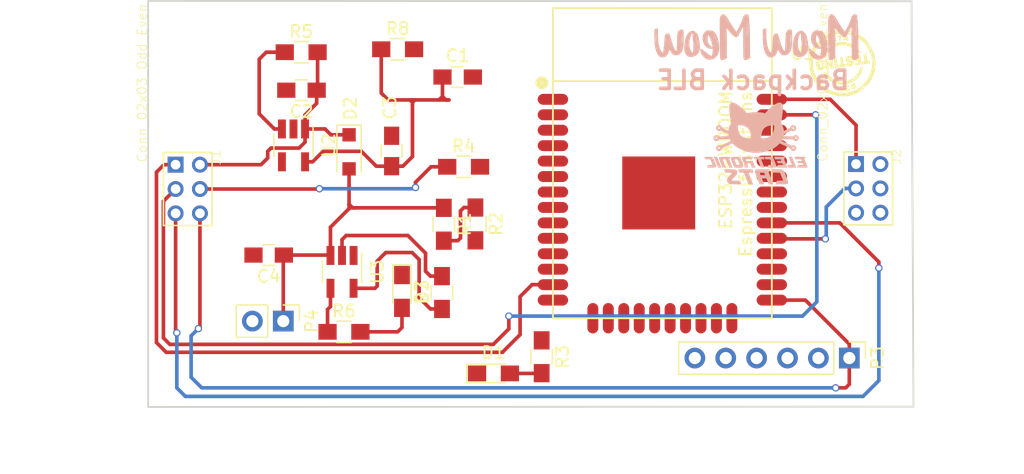
<source format=kicad_pcb>
(kicad_pcb (version 20171130) (host pcbnew "(5.1.2)-2")
  (title_block (title "Backpack BLE HID") (date 2019-03-18) (rev 0.3) (company "Electronic Cats") (comment 4 "Andres Sabas"))
  (layers (0 F.Cu signal) (31 B.Cu signal) (34 B.Paste user) (35 F.Paste user) (36 B.SilkS user) (37 F.SilkS user) (38 B.Mask user) (39 F.Mask user) (44 Edge.Cuts user))
  (net 0 "")
  (net 1 +3V3)
  (net 2 GND)
  (net 3 VCC)
  (net 4 +BATT)
  (net 5 "Net-(D1-Pad2)")
  (net 6 "Net-(D3-Pad1)")
  (net 7 "Net-(D3-Pad2)")
  (net 8 /MOSI)
  (net 9 /MISO)
  (net 10 /SCK)
  (net 11 /AN35_BAT)
  (net 12 "Net-(R5-Pad1)")
  (net 13 "Net-(R7-Pad1)")
  (net 14 "Net-(R7-Pad2)")
  (net 15 "Net-(U1-Pad36)")
  (net 16 "Net-(U1-Pad33)")
  (net 17 "Net-(U1-Pad32)")
  (net 18 "Net-(U1-Pad28)")
  (net 19 "Net-(U1-Pad27)")
  (net 20 "Net-(U1-Pad26)")
  (net 21 "Net-(U1-Pad24)")
  (net 22 "Net-(U1-Pad23)")
  (net 23 "Net-(U1-Pad22)")
  (net 24 "Net-(U1-Pad21)")
  (net 25 "Net-(U1-Pad20)")
  (net 26 "Net-(U1-Pad19)")
  (net 27 "Net-(U1-Pad18)")
  (net 28 "Net-(U1-Pad17)")
  (net 29 "Net-(U1-Pad14)")
  (net 30 "Net-(U1-Pad12)")
  (net 31 "Net-(U1-Pad11)")
  (net 32 "Net-(U1-Pad8)")
  (net 33 "Net-(U1-Pad6)")
  (net 34 "Net-(U1-Pad5)")
  (net 35 "Net-(U1-Pad4)")
  (net 36 /ESP_GPIO0)
  (net 37 /ESP_RESET)
  (net 38 /ESP_RTS)
  (net 39 /ESP_BUSY)
  (net 40 /ESP_TX)
  (net 41 /ESP_RX)
  (net 42 /ESP_CS)
  (net 43 /IO25)
  (net 44 "Net-(U1-Pad16)")
  (net 45 "Net-(U1-Pad7)")
  (module Capacitors_SMD:C_0805_HandSoldering (layer F.Cu) (at 155.628 98.208 180)
    (fp_text reference C4 (at 0 -1.75 180) (layer F.SilkS))
    (fp_text value 10uF)
    (pad 1 smd rect (at -1.25 0 180) (size 1.5 1.25) (layers F.Cu F.Paste F.Mask) (net 4 +BATT))
    (pad 2 smd rect (at 1.25 0 180) (size 1.5 1.25) (layers F.Cu F.Paste F.Mask) (net 2 GND))
  )
  (module Resistors_SMD:R_0805_HandSoldering (layer F.Cu) (at 161.818 104.518)
    (fp_text reference R6 (at 0 -1.7) (layer F.SilkS))
    (fp_text value 1K)
    (pad 1 smd rect (at -1.35 0) (size 1.5 1.3) (layers F.Cu F.Paste F.Mask) (net 3 VCC))
    (pad 2 smd rect (at 1.35 0) (size 1.5 1.3) (layers F.Cu F.Paste F.Mask) (net 7 "Net-(D3-Pad2)"))
  )
  (module TO_SOT_Packages_SMD:SOT-23-5_HandSoldering (layer F.Cu) (at 161.658 99.588 270)
    (fp_text reference U3 (at 0 -2.9 270) (layer F.SilkS))
    (fp_text value MCP73831T-2ACI/OT)
    (pad 1 smd rect (at -1.35 -0.95 270) (size 1.56 0.65) (layers F.Cu F.Paste F.Mask) (net 6 "Net-(D3-Pad1)"))
    (pad 2 smd rect (at -1.35 0 270) (size 1.56 0.65) (layers F.Cu F.Paste F.Mask) (net 14 "Net-(R7-Pad2)"))
    (pad 3 smd rect (at -1.35 0.95 270) (size 1.56 0.65) (layers F.Cu F.Paste F.Mask) (net 4 +BATT))
    (pad 4 smd rect (at 1.35 0.95 270) (size 1.56 0.65) (layers F.Cu F.Paste F.Mask) (net 3 VCC))
    (pad 5 smd rect (at 1.35 -0.95 270) (size 1.56 0.65) (layers F.Cu F.Paste F.Mask) (net 13 "Net-(R7-Pad1)"))
  )
  (module Pin_Headers:Pin_Header_Straight_1x02_Pitch2.54mm (layer F.Cu) (at 156.828 103.638 270)
    (fp_text reference P4 (at 0 -2.33 270) (layer F.SilkS))
    (fp_text value Battery)
    (pad 1 thru_hole rect (at 0 0 270) (size 1.7 1.7) (drill 1) (layers *.Cu *.Mask) (net 4 +BATT))
    (pad 2 thru_hole oval (at 0 2.54 270) (size 1.7 1.7) (drill 1) (layers *.Cu *.Mask) (net 2 GND))
  )
  (module Diodes_SMD:D_SOD-123F (layer F.Cu) (at 162.238 89.718 270)
    (fp_text reference D2 (at -3.56 -0.1 270) (layer F.SilkS))
    (fp_text value D_Schottky)
    (pad 1 smd rect (at -1.4 0 270) (size 1.1 1.1) (layers F.Cu F.Paste F.Mask) (net 3 VCC))
    (pad 2 smd rect (at 1.4 0 270) (size 1.1 1.1) (layers F.Cu F.Paste F.Mask) (net 4 +BATT))
  )
  (module Resistors_SMD:R_0805_HandSoldering (layer F.Cu) (at 158.3 81.525)
    (fp_text reference R5 (at 0 -1.7) (layer F.SilkS))
    (fp_text value 10k)
    (pad 1 smd rect (at -1.35 0) (size 1.5 1.3) (layers F.Cu F.Paste F.Mask) (net 12 "Net-(R5-Pad1)"))
    (pad 2 smd rect (at 1.35 0) (size 1.5 1.3) (layers F.Cu F.Paste F.Mask) (net 3 VCC))
  )
  (module Capacitors_SMD:C_0805_HandSoldering (layer F.Cu) (at 158.325 84.65 180)
    (fp_text reference C2 (at 0 -1.75 180) (layer F.SilkS))
    (fp_text value 10uF)
    (pad 1 smd rect (at -1.25 0 180) (size 1.5 1.25) (layers F.Cu F.Paste F.Mask) (net 3 VCC))
    (pad 2 smd rect (at 1.25 0 180) (size 1.5 1.25) (layers F.Cu F.Paste F.Mask) (net 2 GND))
  )
  (module TO_SOT_Packages_SMD:SOT-23-5_HandSoldering (layer F.Cu) (at 157.668 89.188 270)
    (fp_text reference U2 (at 0 -2.9 270) (layer F.SilkS))
    (fp_text value AP2112K-3.3TRG1)
    (pad 1 smd rect (at -1.35 -0.95 270) (size 1.56 0.65) (layers F.Cu F.Paste F.Mask) (net 3 VCC))
    (pad 2 smd rect (at -1.35 0 270) (size 1.56 0.65) (layers F.Cu F.Paste F.Mask) (net 2 GND))
    (pad 3 smd rect (at -1.35 0.95 270) (size 1.56 0.65) (layers F.Cu F.Paste F.Mask) (net 12 "Net-(R5-Pad1)"))
    (pad 4 smd rect (at 1.35 0.95 270) (size 1.56 0.65) (layers F.Cu F.Paste F.Mask))
    (pad 5 smd rect (at 1.35 -0.95 270) (size 1.56 0.65) (layers F.Cu F.Paste F.Mask) (net 1 +3V3))
  )
  (module LEDs:LED_0805_HandSoldering (layer F.Cu) (at 174.113 107.938)
    (fp_text reference D1 (at 0 -1.7) (layer F.SilkS))
    (fp_text value LED)
    (pad 1 smd rect (at -1.35 0) (size 1.5 1.3) (layers F.Cu F.Paste F.Mask) (net 2 GND))
    (pad 2 smd rect (at 1.35 0) (size 1.5 1.3) (layers F.Cu F.Paste F.Mask) (net 5 "Net-(D1-Pad2)"))
  )
  (module Pin_Headers:Pin_Header_Straight_1x06_Pitch2.54mm (layer F.Cu) (at 203.37 106.675 270)
    (fp_text reference P3 (at 0 -2.33 270) (layer F.SilkS))
    (fp_text value "PROGRAMMER SERIAL")
    (pad 1 thru_hole rect (at 0 0 270) (size 1.7 1.7) (drill 1) (layers *.Cu *.Mask) (net 36 /ESP_GPIO0))
    (pad 2 thru_hole oval (at 0 2.54 270) (size 1.7 1.7) (drill 1) (layers *.Cu *.Mask) (net 40 /ESP_TX))
    (pad 3 thru_hole oval (at 0 5.08 270) (size 1.7 1.7) (drill 1) (layers *.Cu *.Mask) (net 41 /ESP_RX))
    (pad 4 thru_hole oval (at 0 7.62 270) (size 1.7 1.7) (drill 1) (layers *.Cu *.Mask) (net 3 VCC))
    (pad 5 thru_hole oval (at 0 10.16 270) (size 1.7 1.7) (drill 1) (layers *.Cu *.Mask) (net 37 /ESP_RESET))
    (pad 6 thru_hole oval (at 0 12.7 270) (size 1.7 1.7) (drill 1) (layers *.Cu *.Mask) (net 2 GND))
  )
  (module ESP32-footprints-Lib:ESP32-WROOM (layer F.Cu) (at 188 90.65 180)
    (fp_text reference U1 (at -11.557 9.017 180) (layer F.SilkS))
    (fp_text value ESP32-WROOM)
    (fp_text user "Espressif Systems" (at -6.858 -0.889 270) (layer F.SilkS))
    (fp_text user ESP32-WROOM (at -5.207 0.254 270) (layer F.SilkS))
    (pad 38 smd oval (at -9 5.25 180) (size 2.5 0.9) (layers F.Cu F.Paste F.Mask) (net 2 GND))
    (pad 37 smd oval (at -9 3.98 180) (size 2.5 0.9) (layers F.Cu F.Paste F.Mask) (net 9 /MISO))
    (pad 36 smd oval (at -9 2.71 180) (size 2.5 0.9) (layers F.Cu F.Paste F.Mask) (net 15 "Net-(U1-Pad36)"))
    (pad 35 smd oval (at -9 1.44 180) (size 2.5 0.9) (layers F.Cu F.Paste F.Mask) (net 40 /ESP_TX))
    (pad 34 smd oval (at -9 0.17 180) (size 2.5 0.9) (layers F.Cu F.Paste F.Mask) (net 41 /ESP_RX))
    (pad 33 smd oval (at -9 -1.1 180) (size 2.5 0.9) (layers F.Cu F.Paste F.Mask) (net 16 "Net-(U1-Pad33)"))
    (pad 32 smd oval (at -9 -2.37 180) (size 2.5 0.9) (layers F.Cu F.Paste F.Mask) (net 17 "Net-(U1-Pad32)"))
    (pad 31 smd oval (at -9 -3.64 180) (size 2.5 0.9) (layers F.Cu F.Paste F.Mask) (net 38 /ESP_RTS))
    (pad 30 smd oval (at -9 -4.91 180) (size 2.5 0.9) (layers F.Cu F.Paste F.Mask) (net 10 /SCK))
    (pad 29 smd oval (at -9 -6.18 180) (size 2.5 0.9) (layers F.Cu F.Paste F.Mask) (net 42 /ESP_CS))
    (pad 28 smd oval (at -9 -7.45 180) (size 2.5 0.9) (layers F.Cu F.Paste F.Mask) (net 18 "Net-(U1-Pad28)"))
    (pad 27 smd oval (at -9 -8.72 180) (size 2.5 0.9) (layers F.Cu F.Paste F.Mask) (net 19 "Net-(U1-Pad27)"))
    (pad 26 smd oval (at -9 -9.99 180) (size 2.5 0.9) (layers F.Cu F.Paste F.Mask) (net 20 "Net-(U1-Pad26)"))
    (pad 25 smd oval (at -9 -11.26 180) (size 2.5 0.9) (layers F.Cu F.Paste F.Mask) (net 36 /ESP_GPIO0))
    (pad 24 smd oval (at -5.715 -12.75 180) (size 0.9 2.5) (layers F.Cu F.Paste F.Mask) (net 21 "Net-(U1-Pad24)"))
    (pad 23 smd oval (at -4.445 -12.75 180) (size 0.9 2.5) (layers F.Cu F.Paste F.Mask) (net 22 "Net-(U1-Pad23)"))
    (pad 22 smd oval (at -3.175 -12.75 180) (size 0.9 2.5) (layers F.Cu F.Paste F.Mask) (net 23 "Net-(U1-Pad22)"))
    (pad 21 smd oval (at -1.905 -12.75 180) (size 0.9 2.5) (layers F.Cu F.Paste F.Mask) (net 24 "Net-(U1-Pad21)"))
    (pad 20 smd oval (at -0.635 -12.75 180) (size 0.9 2.5) (layers F.Cu F.Paste F.Mask) (net 25 "Net-(U1-Pad20)"))
    (pad 19 smd oval (at 0.635 -12.75 180) (size 0.9 2.5) (layers F.Cu F.Paste F.Mask) (net 26 "Net-(U1-Pad19)"))
    (pad 18 smd oval (at 1.905 -12.75 180) (size 0.9 2.5) (layers F.Cu F.Paste F.Mask) (net 27 "Net-(U1-Pad18)"))
    (pad 17 smd oval (at 3.175 -12.75 180) (size 0.9 2.5) (layers F.Cu F.Paste F.Mask) (net 28 "Net-(U1-Pad17)"))
    (pad 16 smd oval (at 4.445 -12.75 180) (size 0.9 2.5) (layers F.Cu F.Paste F.Mask) (net 44 "Net-(U1-Pad16)"))
    (pad 15 smd oval (at 5.715 -12.75 180) (size 0.9 2.5) (layers F.Cu F.Paste F.Mask) (net 2 GND))
    (pad 14 smd oval (at 9 -11.26 180) (size 2.5 0.9) (layers F.Cu F.Paste F.Mask) (net 29 "Net-(U1-Pad14)"))
    (pad 13 smd oval (at 9 -9.99 180) (size 2.5 0.9) (layers F.Cu F.Paste F.Mask) (net 8 /MOSI))
    (pad 12 smd oval (at 9 -8.72 180) (size 2.5 0.9) (layers F.Cu F.Paste F.Mask) (net 30 "Net-(U1-Pad12)"))
    (pad 11 smd oval (at 9 -7.45 180) (size 2.5 0.9) (layers F.Cu F.Paste F.Mask) (net 31 "Net-(U1-Pad11)"))
    (pad 10 smd oval (at 9 -6.18 180) (size 2.5 0.9) (layers F.Cu F.Paste F.Mask) (net 43 /IO25))
    (pad 9 smd oval (at 9 -4.91 180) (size 2.5 0.9) (layers F.Cu F.Paste F.Mask) (net 39 /ESP_BUSY))
    (pad 8 smd oval (at 9 -3.64 180) (size 2.5 0.9) (layers F.Cu F.Paste F.Mask) (net 32 "Net-(U1-Pad8)"))
    (pad 7 smd oval (at 9 -2.37 180) (size 2.5 0.9) (layers F.Cu F.Paste F.Mask) (net 45 "Net-(U1-Pad7)"))
    (pad 6 smd oval (at 9 -1.1 180) (size 2.5 0.9) (layers F.Cu F.Paste F.Mask) (net 33 "Net-(U1-Pad6)"))
    (pad 5 smd oval (at 9 0.17 180) (size 2.5 0.9) (layers F.Cu F.Paste F.Mask) (net 34 "Net-(U1-Pad5)"))
    (pad 4 smd oval (at 9 1.44 180) (size 2.5 0.9) (layers F.Cu F.Paste F.Mask) (net 35 "Net-(U1-Pad4)"))
    (pad 3 smd oval (at 9 2.71 180) (size 2.5 0.9) (layers F.Cu F.Paste F.Mask) (net 37 /ESP_RESET))
    (pad 2 smd oval (at 9 3.98 180) (size 2.5 0.9) (layers F.Cu F.Paste F.Mask) (net 1 +3V3))
    (pad 1 smd oval (at 9 5.25 180) (size 2.5 0.9) (layers F.Cu F.Paste F.Mask) (net 2 GND))
    (pad 39 smd rect (at 0.3 -2.45 180) (size 6 6) (layers F.Cu F.Paste F.Mask) (net 2 GND))
  )
  (module Resistors_SMD:R_0805_HandSoldering (layer F.Cu) (at 178.073 106.568 270)
    (fp_text reference R3 (at 0 -1.7 270) (layer F.SilkS))
    (fp_text value 330)
    (pad 1 smd rect (at -1.35 0 270) (size 1.5 1.3) (layers F.Cu F.Paste F.Mask) (net 43 /IO25))
    (pad 2 smd rect (at 1.35 0 270) (size 1.5 1.3) (layers F.Cu F.Paste F.Mask) (net 5 "Net-(D1-Pad2)"))
  )
  (module Resistors_SMD:R_0805_HandSoldering (layer F.Cu) (at 171.658 90.948)
    (fp_text reference R4 (at 0 -1.7) (layer F.SilkS))
    (fp_text value 10k)
    (pad 1 smd rect (at -1.35 0) (size 1.5 1.3) (layers F.Cu F.Paste F.Mask) (net 37 /ESP_RESET))
    (pad 2 smd rect (at 1.35 0) (size 1.5 1.3) (layers F.Cu F.Paste F.Mask) (net 2 GND))
  )
  (module Capacitors_SMD:C_0805_HandSoldering (layer F.Cu) (at 171.168 83.568)
    (fp_text reference C1 (at 0 -1.75) (layer F.SilkS))
    (fp_text value 0.1uF)
    (pad 1 smd rect (at -1.25 0) (size 1.5 1.25) (layers F.Cu F.Paste F.Mask) (net 1 +3V3))
    (pad 2 smd rect (at 1.25 0) (size 1.5 1.25) (layers F.Cu F.Paste F.Mask) (net 2 GND))
  )
  (module Capacitors_SMD:C_0805_HandSoldering (layer F.Cu) (at 165.738 89.648 90)
    (fp_text reference C3 (at 3.56 -0.14 90) (layer F.SilkS))
    (fp_text value 10uF)
    (pad 1 smd rect (at -1.25 0 90) (size 1.5 1.25) (layers F.Cu F.Paste F.Mask) (net 1 +3V3))
    (pad 2 smd rect (at 1.25 0 90) (size 1.5 1.25) (layers F.Cu F.Paste F.Mask) (net 2 GND))
  )
  (module Resistors_SMD:R_0805_HandSoldering (layer F.Cu) (at 172.628 95.648 270)
    (fp_text reference R2 (at 0 -1.7 270) (layer F.SilkS))
    (fp_text value 100k)
    (pad 1 smd rect (at -1.35 0 270) (size 1.5 1.3) (layers F.Cu F.Paste F.Mask) (net 11 /AN35_BAT))
    (pad 2 smd rect (at 1.35 0 270) (size 1.5 1.3) (layers F.Cu F.Paste F.Mask) (net 2 GND))
  )
  (module Resistors_SMD:R_0805_HandSoldering (layer F.Cu) (at 170.028 95.673 270)
    (fp_text reference R1 (at 0 -1.7 270) (layer F.SilkS))
    (fp_text value 100k)
    (pad 1 smd rect (at -1.35 0 270) (size 1.5 1.3) (layers F.Cu F.Paste F.Mask) (net 4 +BATT))
    (pad 2 smd rect (at 1.35 0 270) (size 1.5 1.3) (layers F.Cu F.Paste F.Mask) (net 11 /AN35_BAT))
  )
  (module Resistors_SMD:R_0805_HandSoldering (layer F.Cu) (at 169.878 101.288 90)
    (fp_text reference R7 (at 0 -1.7 90) (layer F.SilkS))
    (fp_text value 4.7K)
    (pad 1 smd rect (at -1.35 0 90) (size 1.5 1.3) (layers F.Cu F.Paste F.Mask) (net 13 "Net-(R7-Pad1)"))
    (pad 2 smd rect (at 1.35 0 90) (size 1.5 1.3) (layers F.Cu F.Paste F.Mask) (net 14 "Net-(R7-Pad2)"))
  )
  (module LEDs:LED_0805_HandSoldering (layer F.Cu) (at 166.588 101.198 270)
    (fp_text reference D3 (at 0 -1.7 270) (layer F.SilkS))
    (fp_text value LED)
    (pad 1 smd rect (at -1.35 0 270) (size 1.5 1.3) (layers F.Cu F.Paste F.Mask) (net 6 "Net-(D3-Pad1)"))
    (pad 2 smd rect (at 1.35 0 270) (size 1.5 1.3) (layers F.Cu F.Paste F.Mask) (net 7 "Net-(D3-Pad2)"))
  )
  (module Pines:62000621121 (layer F.Cu) (at 148.975 92.775 270)
    (fp_text reference J1 (at -1.8864 -2.7633 270) (layer F.SilkS) (effects (font (size 0.77216 0.77216) (thickness 0.065024)) (justify left bottom)))
    (fp_text value Conn_02x03_Odd_Even (at -2.1364 3.2914 270) (layer F.SilkS) (effects (font (size 0.77216 0.77216) (thickness 0.065024)) (justify left bottom)))
    (pad 1 thru_hole rect (at -2 1 270) (size 1.308 1.308) (drill 0.8) (layers *.Cu *.Mask) (net 8 /MOSI))
    (pad 2 thru_hole circle (at 0 1 270) (size 1.308 1.308) (drill 0.8) (layers *.Cu *.Mask) (net 9 /MISO))
    (pad 3 thru_hole circle (at 2 1 270) (size 1.308 1.308) (drill 0.8) (layers *.Cu *.Mask) (net 10 /SCK))
    (pad 4 thru_hole circle (at 2 -1 270) (size 1.308 1.308) (drill 0.8) (layers *.Cu *.Mask) (net 36 /ESP_GPIO0))
    (pad 5 thru_hole circle (at 0 -1 270) (size 1.308 1.308) (drill 0.8) (layers *.Cu *.Mask) (net 37 /ESP_RESET))
    (pad 6 thru_hole circle (at -2 -1 270) (size 1.308 1.308) (drill 0.8) (layers *.Cu *.Mask) (net 3 VCC))
  )
  (module Pines:62000621121 (layer F.Cu) (at 204.925 92.725 270)
    (fp_text reference J2 (at -1.8864 -2.7633 270) (layer F.SilkS) (effects (font (size 0.77216 0.77216) (thickness 0.065024)) (justify left bottom)))
    (fp_text value Conn_02x03_Odd_Even (at -2.1364 3.2914 270) (layer F.SilkS) (effects (font (size 0.77216 0.77216) (thickness 0.065024)) (justify left bottom)))
    (pad 6 thru_hole circle (at -2 -1 270) (size 1.308 1.308) (drill 0.8) (layers *.Cu *.Mask) (net 38 /ESP_RTS))
    (pad 5 thru_hole circle (at 0 -1 270) (size 1.308 1.308) (drill 0.8) (layers *.Cu *.Mask) (net 39 /ESP_BUSY))
    (pad 4 thru_hole circle (at 2 -1 270) (size 1.308 1.308) (drill 0.8) (layers *.Cu *.Mask) (net 40 /ESP_TX))
    (pad 3 thru_hole circle (at 2 1 270) (size 1.308 1.308) (drill 0.8) (layers *.Cu *.Mask) (net 41 /ESP_RX))
    (pad 2 thru_hole circle (at 0 1 270) (size 1.308 1.308) (drill 0.8) (layers *.Cu *.Mask) (net 42 /ESP_CS))
    (pad 1 thru_hole rect (at -2 1 270) (size 1.308 1.308) (drill 0.8) (layers *.Cu *.Mask) (net 2 GND))
  )
  (module Resistors_SMD:R_0805_HandSoldering (layer F.Cu) (at 166.233 81.283)
    (fp_text reference R8 (at 0 -1.7) (layer F.SilkS))
    (fp_text value 10K)
    (pad 2 smd rect (at 1.35 0) (size 1.5 1.3) (layers F.Cu F.Paste F.Mask) (net 42 /ESP_CS))
    (pad 1 smd rect (at -1.35 0) (size 1.5 1.3) (layers F.Cu F.Paste F.Mask) (net 1 +3V3))
  )
  (module Aesthetics:electronic_cats_logo_8x6 (layer B.Cu) (at 195.707 89.027 180)
    (fp_text reference G*** hide)
    (fp_text value LOGO hide)
  )
  (module Aesthetics:meowmeow_logo_21x8 (layer B.Cu) (at 195.707 80.391 180)
    (fp_text reference G*** hide)
    (fp_text value LOGO hide)
  )
  (module Aesthetics:beta_testing (layer F.Cu) (at 202.833 82.333 180)
    (fp_text reference G*** hide)
    (fp_text value LOGO hide)
  )
  (gr_text "Backpack BLE" (at 195.453 83.82) (layer B.SilkS) (effects (font (size 1.5 1.5) (thickness 0.3)) (justify mirror)))
  (gr_line (start 145.718 110.698) (end 145.718 77.308) (layer Edge.Cuts) (width 0.15))
  (gr_line (start 145.718 77.308) (end 208.488 77.338) (layer Edge.Cuts) (width 0.15))
  (gr_line (start 208.648 110.668) (end 145.718 110.698) (layer Edge.Cuts) (width 0.15))
  (gr_line (start 208.488 77.338) (end 208.648 110.668) (layer Edge.Cuts) (width 0.15))
  (segment (start 169.918 85.168) (end 169.918 83.568) (width 0.3) (layer F.Cu) (net 1))
  (segment (start 170.2 85.45) (end 169.918 85.168) (width 0.3) (layer F.Cu) (net 1))
  (segment (start 164.883 81.283) (end 164.883 84.883) (width 0.3) (layer F.Cu) (net 1))
  (segment (start 164.883 84.883) (end 165.45 85.45) (width 0.3) (layer F.Cu) (net 1))
  (segment (start 170.45 85.45) (end 170.2 85.45) (width 0.3) (layer F.Cu) (net 1))
  (segment (start 169.7 85.386) (end 169.918 85.168) (width 0.3) (layer F.Cu) (net 1))
  (segment (start 169.7 85.45) (end 169.7 85.386) (width 0.3) (layer F.Cu) (net 1))
  (segment (start 169.7 85.45) (end 170.45 85.45) (width 0.3) (layer F.Cu) (net 1))
  (segment (start 164.473 90.898) (end 165.738 90.898) (width 0.3) (layer F.Cu) (net 1))
  (segment (start 163.25 89.675) (end 164.473 90.898) (width 0.3) (layer F.Cu) (net 1))
  (segment (start 160.106 89.675) (end 163.25 89.675) (width 0.3) (layer F.Cu) (net 1))
  (segment (start 158.618 90.538) (end 159.243 90.538) (width 0.3) (layer F.Cu) (net 1))
  (segment (start 159.243 90.538) (end 160.106 89.675) (width 0.3) (layer F.Cu) (net 1))
  (segment (start 166.663 90.898) (end 167.45 90.111) (width 0.3) (layer F.Cu) (net 1))
  (segment (start 165.738 90.898) (end 166.663 90.898) (width 0.3) (layer F.Cu) (net 1))
  (segment (start 167.45 85.65) (end 167.65 85.45) (width 0.3) (layer F.Cu) (net 1))
  (segment (start 167.65 85.45) (end 169.7 85.45) (width 0.3) (layer F.Cu) (net 1))
  (segment (start 167.45 85.45) (end 167.65 85.45) (width 0.3) (layer F.Cu) (net 1))
  (segment (start 167.45 90.111) (end 167.45 85.775) (width 0.3) (layer F.Cu) (net 1))
  (segment (start 167.45 85.775) (end 167.45 85.45) (width 0.3) (layer F.Cu) (net 1))
  (segment (start 167.45 85.65) (end 167.25 85.45) (width 0.3) (layer F.Cu) (net 1))
  (segment (start 167.45 85.775) (end 167.45 85.65) (width 0.3) (layer F.Cu) (net 1))
  (segment (start 165.45 85.45) (end 167.25 85.45) (width 0.3) (layer F.Cu) (net 1))
  (segment (start 167.25 85.45) (end 167.45 85.45) (width 0.3) (layer F.Cu) (net 1))
  (segment (start 203.925 90.725) (end 203.925 87.525) (width 0.3) (layer F.Cu) (net 2))
  (segment (start 201.8 85.4) (end 197 85.4) (width 0.3) (layer F.Cu) (net 2))
  (segment (start 203.925 87.525) (end 201.8 85.4) (width 0.3) (layer F.Cu) (net 2))
  (segment (start 159.65 84.575) (end 159.575 84.65) (width 0.3) (layer F.Cu) (net 3))
  (segment (start 159.65 81.525) (end 159.65 84.575) (width 0.3) (layer F.Cu) (net 3))
  (segment (start 158.618 87.838) (end 158.618 86.682) (width 0.3) (layer F.Cu) (net 3))
  (segment (start 159.575 85.725) (end 159.575 84.65) (width 0.3) (layer F.Cu) (net 3))
  (segment (start 158.618 86.682) (end 159.575 85.725) (width 0.3) (layer F.Cu) (net 3))
  (segment (start 162.238 88.318) (end 160.743 88.318) (width 0.3) (layer F.Cu) (net 3))
  (segment (start 160.263 87.838) (end 158.618 87.838) (width 0.3) (layer F.Cu) (net 3))
  (segment (start 160.743 88.318) (end 160.263 87.838) (width 0.3) (layer F.Cu) (net 3))
  (segment (start 160.708 100.938) (end 160.708 102.442) (width 0.3) (layer F.Cu) (net 3))
  (segment (start 160.468 102.682) (end 160.468 104.518) (width 0.3) (layer F.Cu) (net 3))
  (segment (start 160.708 102.442) (end 160.468 102.682) (width 0.3) (layer F.Cu) (net 3))
  (segment (start 158.618 88.918) (end 158.618 87.838) (width 0.3) (layer F.Cu) (net 3))
  (segment (start 155 90.775) (end 155.55 90.225) (width 0.3) (layer F.Cu) (net 3))
  (segment (start 155.55 90.225) (end 155.55 89.675) (width 0.3) (layer F.Cu) (net 3))
  (segment (start 149.975 90.775) (end 155 90.775) (width 0.3) (layer F.Cu) (net 3))
  (segment (start 155.55 89.675) (end 155.817001 89.407999) (width 0.3) (layer F.Cu) (net 3))
  (segment (start 155.817001 89.407999) (end 158.128001 89.407999) (width 0.3) (layer F.Cu) (net 3))
  (segment (start 158.128001 89.407999) (end 158.618 88.918) (width 0.3) (layer F.Cu) (net 3))
  (segment (start 160.678 98.208) (end 160.708 98.238) (width 0.3) (layer F.Cu) (net 4))
  (segment (start 156.878 98.208) (end 160.678 98.208) (width 0.3) (layer F.Cu) (net 4))
  (segment (start 156.828 98.258) (end 156.878 98.208) (width 0.3) (layer F.Cu) (net 4))
  (segment (start 156.828 103.638) (end 156.828 98.258) (width 0.3) (layer F.Cu) (net 4))
  (segment (start 162.238 94.038) (end 162.238 91.118) (width 0.3) (layer F.Cu) (net 4))
  (segment (start 160.708 98.238) (end 160.708 95.917) (width 0.3) (layer F.Cu) (net 4))
  (segment (start 162.523 94.323) (end 162.4125 94.2125) (width 0.3) (layer F.Cu) (net 4))
  (segment (start 162.4125 94.2125) (end 162.238 94.038) (width 0.3) (layer F.Cu) (net 4))
  (segment (start 162.2375 94.0385) (end 162.238 94.038) (width 0.3) (layer F.Cu) (net 4))
  (segment (start 162.2375 94.3875) (end 162.2375 94.0385) (width 0.3) (layer F.Cu) (net 4))
  (segment (start 162.2375 94.3875) (end 162.4125 94.2125) (width 0.3) (layer F.Cu) (net 4))
  (segment (start 162.302 94.323) (end 162.15 94.475) (width 0.3) (layer F.Cu) (net 4))
  (segment (start 162.727 94.323) (end 162.302 94.323) (width 0.3) (layer F.Cu) (net 4))
  (segment (start 162.15 94.475) (end 162.2375 94.3875) (width 0.3) (layer F.Cu) (net 4))
  (segment (start 160.708 95.917) (end 162.15 94.475) (width 0.3) (layer F.Cu) (net 4))
  (segment (start 170.028 94.323) (end 162.727 94.323) (width 0.3) (layer F.Cu) (net 4))
  (segment (start 162.727 94.323) (end 162.523 94.323) (width 0.3) (layer F.Cu) (net 4))
  (segment (start 175.483 107.918) (end 175.463 107.938) (width 0.3) (layer F.Cu) (net 5))
  (segment (start 178.053 107.938) (end 178.073 107.918) (width 0.3) (layer F.Cu) (net 5))
  (segment (start 175.463 107.938) (end 178.053 107.938) (width 0.3) (layer F.Cu) (net 5))
  (segment (start 163.168 104.518) (end 166.232 104.518) (width 0.3) (layer F.Cu) (net 7))
  (segment (start 166.588 104.162) (end 166.588 102.548) (width 0.3) (layer F.Cu) (net 7))
  (segment (start 166.232 104.518) (end 166.588 104.162) (width 0.3) (layer F.Cu) (net 7))
  (segment (start 147.021 90.775) (end 146.4 91.396) (width 0.3) (layer F.Cu) (net 8))
  (segment (start 147.975 90.775) (end 147.021 90.775) (width 0.3) (layer F.Cu) (net 8))
  (segment (start 146.4 91.396) (end 146.4 105.4) (width 0.3) (layer F.Cu) (net 8))
  (segment (start 146.4 105.4) (end 147.2 106.2) (width 0.3) (layer F.Cu) (net 8))
  (segment (start 147.2 106.2) (end 174.85 106.2) (width 0.3) (layer F.Cu) (net 8))
  (segment (start 174.85 106.2) (end 176.3 104.75) (width 0.3) (layer F.Cu) (net 8))
  (segment (start 176.3 104.75) (end 176.3 101.625) (width 0.3) (layer F.Cu) (net 8))
  (segment (start 177.285 100.64) (end 179 100.64) (width 0.3) (layer F.Cu) (net 8))
  (segment (start 176.3 101.625) (end 177.285 100.64) (width 0.3) (layer F.Cu) (net 8))
  (segment (start 147.975 92.775) (end 146.970999 93.779001) (width 0.3) (layer F.Cu) (net 9))
  (segment (start 146.970999 93.779001) (end 146.970999 105.020999) (width 0.3) (layer F.Cu) (net 9))
  (segment (start 147.5 105.55) (end 150.55 105.55) (width 0.3) (layer F.Cu) (net 9))
  (segment (start 146.970999 105.020999) (end 147.5 105.55) (width 0.3) (layer F.Cu) (net 9))
  (segment (start 150.55 105.55) (end 174.1 105.55) (width 0.3) (layer F.Cu) (net 9))
  (via (at 175.375 103.225) (size 0.6) (drill 0.4) (layers F.Cu B.Cu) (net 9))
  (segment (start 174.1 105.55) (end 175.375 104.275) (width 0.3) (layer F.Cu) (net 9))
  (segment (start 175.375 104.275) (end 175.375 103.225) (width 0.3) (layer F.Cu) (net 9))
  (segment (start 175.375 103.225) (end 199.525 103.225) (width 0.3) (layer B.Cu) (net 9))
  (segment (start 199.525 103.225) (end 200.7 102.05) (width 0.3) (layer B.Cu) (net 9))
  (via (at 200.6 86.675) (size 0.6) (drill 0.4) (layers F.Cu B.Cu) (net 9))
  (segment (start 200.7 102.05) (end 200.7 86.775) (width 0.3) (layer B.Cu) (net 9))
  (segment (start 200.7 86.775) (end 200.6 86.675) (width 0.3) (layer B.Cu) (net 9))
  (segment (start 197.005 86.675) (end 197 86.67) (width 0.3) (layer F.Cu) (net 9))
  (segment (start 200.6 86.675) (end 197.005 86.675) (width 0.3) (layer F.Cu) (net 9))
  (via (at 148.075 104.6) (size 0.6) (drill 0.4) (layers F.Cu B.Cu) (net 10))
  (segment (start 147.975 94.775) (end 147.975 104.5) (width 0.3) (layer F.Cu) (net 10))
  (segment (start 147.975 104.5) (end 148.075 104.6) (width 0.3) (layer F.Cu) (net 10))
  (segment (start 148.075 104.6) (end 148.075 109.125) (width 0.3) (layer B.Cu) (net 10))
  (segment (start 148.075 109.125) (end 148.775 109.825) (width 0.3) (layer B.Cu) (net 10))
  (segment (start 148.775 109.825) (end 204.5 109.825) (width 0.3) (layer B.Cu) (net 10))
  (via (at 205.8 99.275) (size 0.6) (drill 0.4) (layers F.Cu B.Cu) (net 10))
  (segment (start 204.5 109.825) (end 205.8 108.525) (width 0.3) (layer B.Cu) (net 10))
  (segment (start 205.8 108.525) (end 205.8 99.275) (width 0.3) (layer B.Cu) (net 10))
  (segment (start 205.8 99.275) (end 205.8 98.775) (width 0.3) (layer F.Cu) (net 10))
  (segment (start 202.585 95.56) (end 197 95.56) (width 0.3) (layer F.Cu) (net 10))
  (segment (start 205.8 98.775) (end 202.585 95.56) (width 0.3) (layer F.Cu) (net 10))
  (segment (start 171.678 94.298) (end 171.4 94.576) (width 0.3) (layer F.Cu) (net 11))
  (segment (start 172.628 94.298) (end 171.678 94.298) (width 0.3) (layer F.Cu) (net 11))
  (segment (start 171.4 94.576) (end 171.4 96.8) (width 0.3) (layer F.Cu) (net 11))
  (segment (start 171.177 97.023) (end 170.028 97.023) (width 0.3) (layer F.Cu) (net 11))
  (segment (start 171.4 96.8) (end 171.177 97.023) (width 0.3) (layer F.Cu) (net 11))
  (segment (start 156.093 87.838) (end 154.85 86.595) (width 0.3) (layer F.Cu) (net 12))
  (segment (start 156.718 87.838) (end 156.093 87.838) (width 0.3) (layer F.Cu) (net 12))
  (segment (start 154.85 86.595) (end 154.85 82.1) (width 0.3) (layer F.Cu) (net 12))
  (segment (start 155.425 81.525) (end 156.95 81.525) (width 0.3) (layer F.Cu) (net 12))
  (segment (start 154.85 82.1) (end 155.425 81.525) (width 0.3) (layer F.Cu) (net 12))
  (segment (start 168.928 102.638) (end 168 101.71) (width 0.3) (layer F.Cu) (net 13))
  (segment (start 169.878 102.638) (end 168.928 102.638) (width 0.3) (layer F.Cu) (net 13))
  (segment (start 168 101.71) (end 168 98.575) (width 0.3) (layer F.Cu) (net 13))
  (segment (start 168 98.575) (end 167.425 98) (width 0.3) (layer F.Cu) (net 13))
  (segment (start 167.425 98) (end 165.25 98) (width 0.3) (layer F.Cu) (net 13))
  (segment (start 165.25 98) (end 164.55 98.7) (width 0.3) (layer F.Cu) (net 13))
  (segment (start 164.55 98.7) (end 164.55 100.75) (width 0.3) (layer F.Cu) (net 13))
  (segment (start 164.362 100.938) (end 162.608 100.938) (width 0.3) (layer F.Cu) (net 13))
  (segment (start 164.55 100.75) (end 164.362 100.938) (width 0.3) (layer F.Cu) (net 13))
  (segment (start 168.928 99.938) (end 168.525 99.535) (width 0.3) (layer F.Cu) (net 14))
  (segment (start 169.878 99.938) (end 168.928 99.938) (width 0.3) (layer F.Cu) (net 14))
  (segment (start 168.525 99.535) (end 168.525 98.05) (width 0.3) (layer F.Cu) (net 14))
  (segment (start 168.525 98.05) (end 167.075 96.6) (width 0.3) (layer F.Cu) (net 14))
  (segment (start 167.075 96.6) (end 162 96.6) (width 0.3) (layer F.Cu) (net 14))
  (segment (start 161.658 96.942) (end 161.658 98.238) (width 0.3) (layer F.Cu) (net 14))
  (segment (start 162 96.6) (end 161.658 96.942) (width 0.3) (layer F.Cu) (net 14))
  (via (at 149.85 104.25) (size 0.6) (drill 0.4) (layers F.Cu B.Cu) (net 36))
  (segment (start 149.975 94.775) (end 149.975 104.125) (width 0.3) (layer F.Cu) (net 36))
  (segment (start 149.975 104.125) (end 149.85 104.25) (width 0.3) (layer F.Cu) (net 36))
  (segment (start 149.85 104.25) (end 149.25 104.85) (width 0.3) (layer B.Cu) (net 36))
  (segment (start 149.25 104.85) (end 149.25 108.25) (width 0.3) (layer B.Cu) (net 36))
  (segment (start 149.25 108.25) (end 150.125 109.125) (width 0.3) (layer B.Cu) (net 36))
  (via (at 202.25 109.125) (size 0.6) (drill 0.4) (layers F.Cu B.Cu) (net 36))
  (segment (start 150.125 109.125) (end 202.25 109.125) (width 0.3) (layer B.Cu) (net 36))
  (segment (start 202.25 109.125) (end 203.075 109.125) (width 0.3) (layer F.Cu) (net 36))
  (segment (start 203.37 108.83) (end 203.37 106.675) (width 0.3) (layer F.Cu) (net 36))
  (segment (start 203.075 109.125) (end 203.37 108.83) (width 0.3) (layer F.Cu) (net 36))
  (segment (start 203.37 105.525) (end 203.37 106.675) (width 0.3) (layer F.Cu) (net 36))
  (segment (start 199.755 101.91) (end 203.37 105.525) (width 0.3) (layer F.Cu) (net 36))
  (segment (start 197 101.91) (end 199.755 101.91) (width 0.3) (layer F.Cu) (net 36))
  (via (at 159.8 92.75) (size 0.6) (drill 0.4) (layers F.Cu B.Cu) (net 37))
  (segment (start 149.975 92.775) (end 159.775 92.775) (width 0.3) (layer F.Cu) (net 37))
  (segment (start 159.775 92.775) (end 159.8 92.75) (width 0.3) (layer F.Cu) (net 37))
  (via (at 167.7 92.65) (size 0.6) (drill 0.4) (layers F.Cu B.Cu) (net 37))
  (segment (start 159.8 92.75) (end 167.6 92.75) (width 0.3) (layer B.Cu) (net 37))
  (segment (start 167.6 92.75) (end 167.7 92.65) (width 0.3) (layer B.Cu) (net 37))
  (segment (start 169.258 90.948) (end 170.308 90.948) (width 0.3) (layer F.Cu) (net 37))
  (segment (start 168.977736 90.948) (end 169.258 90.948) (width 0.3) (layer F.Cu) (net 37))
  (segment (start 167.7 92.225736) (end 168.977736 90.948) (width 0.3) (layer F.Cu) (net 37))
  (segment (start 167.7 92.65) (end 167.7 92.225736) (width 0.3) (layer F.Cu) (net 37))
  (segment (start 203.000105 92.725) (end 201.475 94.250105) (width 0.3) (layer B.Cu) (net 42))
  (segment (start 203.925 92.725) (end 203.000105 92.725) (width 0.3) (layer B.Cu) (net 42))
  (via (at 201.4 96.875) (size 0.6) (drill 0.4) (layers F.Cu B.Cu) (net 42))
  (segment (start 201.475 94.250105) (end 201.475 96.8) (width 0.3) (layer B.Cu) (net 42))
  (segment (start 201.475 96.8) (end 201.4 96.875) (width 0.3) (layer B.Cu) (net 42))
  (segment (start 197.045 96.875) (end 197 96.83) (width 0.3) (layer F.Cu) (net 42))
  (segment (start 201.4 96.875) (end 197.045 96.875) (width 0.3) (layer F.Cu) (net 42))
)
</source>
